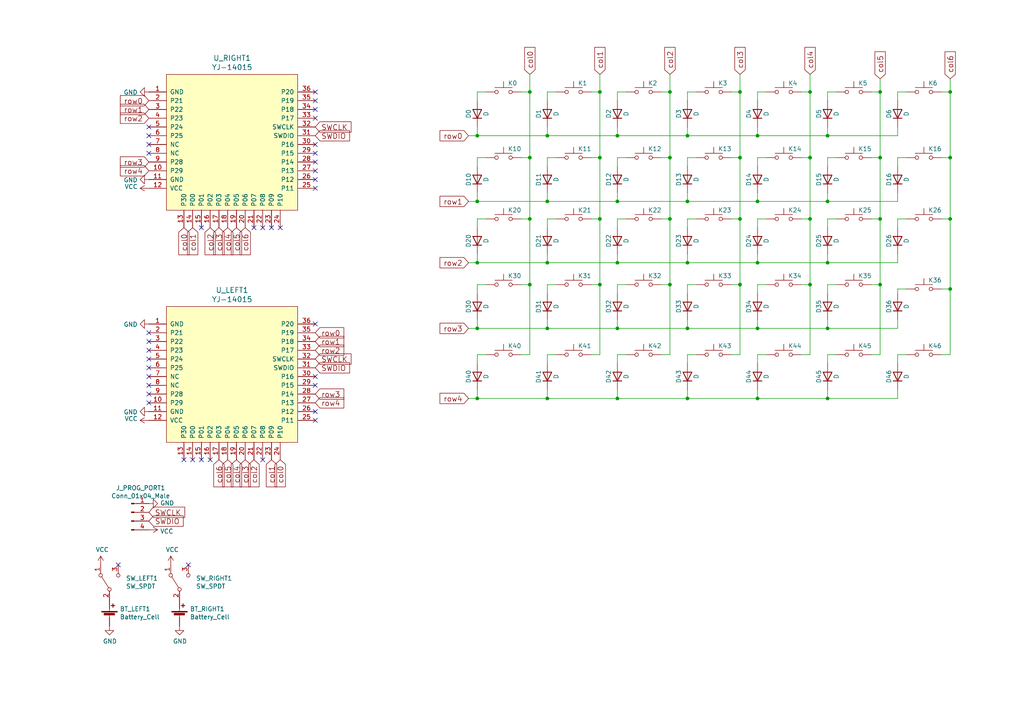
<source format=kicad_sch>
(kicad_sch (version 20211123) (generator eeschema)
  (paper "A4")
  (title_block (title "PENGUINOX") (date "2022-10-25"))
  (lib_symbols
    (symbol "Connector:Conn_01x04_Male" (pin_names (offset 1.016) hide)
      (property "Reference" "J" (at 0 5.08 0))
      (property "Value" "Conn_01x04_Male" (at 0 -7.62 0))
      (symbol "Conn_01x04_Male_1_1"
        (polyline (pts (xy 1.27 -5.08) (xy 0.8636 -5.08)) (stroke (width 0.1524)))
        (polyline (pts (xy 1.27 -2.54) (xy 0.8636 -2.54)) (stroke (width 0.1524)))
        (polyline (pts (xy 1.27 0) (xy 0.8636 0)) (stroke (width 0.1524)))
        (polyline (pts (xy 1.27 2.54) (xy 0.8636 2.54)) (stroke (width 0.1524)))
        (rectangle (start 0.8636 -4.953) (end 0 -5.207) (stroke (width 0.1524)) (fill (type outline)))
        (rectangle (start 0.8636 -2.413) (end 0 -2.667) (stroke (width 0.1524)) (fill (type outline)))
        (rectangle (start 0.8636 0.127) (end 0 -0.127) (stroke (width 0.1524)) (fill (type outline)))
        (rectangle (start 0.8636 2.667) (end 0 2.413) (stroke (width 0.1524)) (fill (type outline)))
        (pin passive line (at 5.08 2.54 180) (length 3.81) (name "Pin_1") (number "1"))
        (pin passive line (at 5.08 0 180) (length 3.81) (name "Pin_2") (number "2"))
        (pin passive line (at 5.08 -2.54 180) (length 3.81) (name "Pin_3") (number "3"))
        (pin passive line (at 5.08 -5.08 180) (length 3.81) (name "Pin_4") (number "4"))
      )
    )
    (symbol "Device:Battery_Cell" (pin_numbers hide) (pin_names (offset 0) hide)
      (property "Reference" "BT" (at 2.54 2.54 0))
      (property "Value" "Battery_Cell" (at 2.54 0 0))
      (symbol "Battery_Cell_0_1"
        (rectangle (start -2.286 1.778) (end 2.286 1.524) (fill (type outline)))
        (rectangle (start -1.5748 1.1938) (end 1.4732 0.6858) (fill (type outline)))
        (polyline (pts (xy 0 0.762) (xy 0 0)))
        (polyline (pts (xy 0 1.778) (xy 0 2.54)))
        (polyline (pts (xy 0.508 3.429) (xy 1.524 3.429)) (stroke (width 0.254)))
        (polyline (pts (xy 1.016 3.937) (xy 1.016 2.921)) (stroke (width 0.254)))
      )
      (symbol "Battery_Cell_1_1"
        (pin passive line (at 0 5.08 270) (length 2.54) (name "+") (number "1"))
        (pin passive line (at 0 -2.54 90) (length 2.54) (name "-") (number "2"))
      )
    )
    (symbol "Diode:1N4448WS" (pin_numbers hide) (pin_names (offset 1.016) hide)
      (property "Reference" "D" (at 0 2.54 0))
      (property "Value" "1N4448WS" (at 0 -2.54 0))
      (symbol "1N4448WS_0_1"
        (polyline (pts (xy -1.27 1.27) (xy -1.27 -1.27)) (stroke (width 0.254)))
        (polyline (pts (xy 1.27 0) (xy -1.27 0)))
        (polyline (pts (xy 1.27 1.27) (xy 1.27 -1.27) (xy -1.27 0) (xy 1.27 1.27)) (stroke (width 0.254)))
      )
      (symbol "1N4448WS_1_1"
        (pin passive line (at -3.81 0 0) (length 2.54) (name "K") (number "1"))
        (pin passive line (at 3.81 0 180) (length 2.54) (name "A") (number "2"))
      )
    )
    (symbol "Switch:SW_Push" (pin_numbers hide) (pin_names (offset 1.016) hide)
      (property "Reference" "SW" (at 1.27 2.54 0))
      (property "Value" "SW_Push" (at 0 -1.524 0))
      (symbol "SW_Push_0_1"
        (circle (center -2.032 0) (radius 0.508))
        (polyline (pts (xy 0 1.27) (xy 0 3.048)))
        (polyline (pts (xy 2.54 1.27) (xy -2.54 1.27)))
        (circle (center 2.032 0) (radius 0.508))
        (pin passive line (at -5.08 0 0) (length 2.54) (name "1") (number "1"))
        (pin passive line (at 5.08 0 180) (length 2.54) (name "2") (number "2"))
      )
    )
    (symbol "Switch:SW_SPDT" (pin_names (offset 0) hide)
      (property "Reference" "SW" (at 0 4.318 0))
      (property "Value" "SW_SPDT" (at 0 -5.08 0))
      (symbol "SW_SPDT_0_0"
        (circle (center -2.032 0) (radius 0.508))
        (circle (center 2.032 -2.54) (radius 0.508))
      )
      (symbol "SW_SPDT_0_1"
        (polyline (pts (xy -1.524 0.254) (xy 1.651 2.286)))
        (circle (center 2.032 2.54) (radius 0.508))
      )
      (symbol "SW_SPDT_1_1"
        (pin passive line (at 5.08 2.54 180) (length 2.54) (name "A") (number "1"))
        (pin passive line (at -5.08 0 0) (length 2.54) (name "B") (number "2"))
        (pin passive line (at 5.08 -2.54 180) (length 2.54) (name "C") (number "3"))
      )
    )
    (symbol "YJ14015:YJ14015" (pin_names (offset 1.016))
      (property "Reference" "YJT2" (at 0 -22.5298 0))
      (property "Value" "YJ14015" (at 0 -19.8374 0))
      (symbol "YJ14015_0_1"
        (rectangle (start 19.05 -21.59) (end -19.05 17.78) (fill (type background)))
      )
      (symbol "YJ14015_1_1"
        (pin bidirectional line (at -24.13 12.7 0) (length 5.08) (name "GND") (number "1"))
        (pin bidirectional line (at -24.13 -10.16 0) (length 5.08) (name "P29") (number "10"))
        (pin bidirectional line (at -24.13 -12.7 0) (length 5.08) (name "GND") (number "11"))
        (pin bidirectional line (at -24.13 -15.24 0) (length 5.08) (name "VCC") (number "12"))
        (pin bidirectional line (at -13.97 -26.67 90) (length 5.08) (name "P30") (number "13"))
        (pin bidirectional line (at -11.43 -26.67 90) (length 5.08) (name "P00") (number "14"))
        (pin bidirectional line (at -8.89 -26.67 90) (length 5.08) (name "P01") (number "15"))
        (pin bidirectional line (at -6.35 -26.67 90) (length 5.08) (name "P02") (number "16"))
        (pin bidirectional line (at -3.81 -26.67 90) (length 5.08) (name "P03") (number "17"))
        (pin bidirectional line (at -1.27 -26.67 90) (length 5.08) (name "P04") (number "18"))
        (pin bidirectional line (at 1.27 -26.67 90) (length 5.08) (name "P05") (number "19"))
        (pin bidirectional line (at -24.13 10.16 0) (length 5.08) (name "P21") (number "2"))
        (pin bidirectional line (at 3.81 -26.67 90) (length 5.08) (name "P06") (number "20"))
        (pin bidirectional line (at 6.35 -26.67 90) (length 5.08) (name "P07") (number "21"))
        (pin bidirectional line (at 8.89 -26.67 90) (length 5.08) (name "P08") (number "22"))
        (pin bidirectional line (at 11.43 -26.67 90) (length 5.08) (name "P09") (number "23"))
        (pin bidirectional line (at 13.97 -26.67 90) (length 5.08) (name "P10") (number "24"))
        (pin bidirectional line (at 24.13 -15.24 180) (length 5.08) (name "P11") (number "25"))
        (pin bidirectional line (at 24.13 -12.7 180) (length 5.08) (name "P12") (number "26"))
        (pin bidirectional line (at 24.13 -10.16 180) (length 5.08) (name "P13") (number "27"))
        (pin bidirectional line (at 24.13 -7.62 180) (length 5.08) (name "P14") (number "28"))
        (pin bidirectional line (at 24.13 -5.08 180) (length 5.08) (name "P15") (number "29"))
        (pin bidirectional line (at -24.13 7.62 0) (length 5.08) (name "P22") (number "3"))
        (pin bidirectional line (at 24.13 -2.54 180) (length 5.08) (name "P16") (number "30"))
        (pin bidirectional line (at 24.13 0 180) (length 5.08) (name "SWDIO") (number "31"))
        (pin bidirectional line (at 24.13 2.54 180) (length 5.08) (name "SWCLK") (number "32"))
        (pin bidirectional line (at 24.13 5.08 180) (length 5.08) (name "P17") (number "33"))
        (pin bidirectional line (at 24.13 7.62 180) (length 5.08) (name "P18") (number "34"))
        (pin bidirectional line (at 24.13 10.16 180) (length 5.08) (name "P19") (number "35"))
        (pin bidirectional line (at 24.13 12.7 180) (length 5.08) (name "P20") (number "36"))
        (pin bidirectional line (at -24.13 5.08 0) (length 5.08) (name "P23") (number "4"))
        (pin bidirectional line (at -24.13 2.54 0) (length 5.08) (name "P24") (number "5"))
        (pin bidirectional line (at -24.13 0 0) (length 5.08) (name "P25") (number "6"))
        (pin bidirectional line (at -24.13 -2.54 0) (length 5.08) (name "NC") (number "7"))
        (pin bidirectional line (at -24.13 -5.08 0) (length 5.08) (name "NC") (number "8"))
        (pin bidirectional line (at -24.13 -7.62 0) (length 5.08) (name "P28") (number "9"))
      )
    )
    (symbol "power:GND" (power) (pin_names (offset 0))
      (property "Value" "GND" (at 0 -3.81 0))
      (symbol "GND_0_1"
        (polyline (pts (xy 0 0) (xy 0 -1.27) (xy 1.27 -1.27) (xy 0 -2.54) (xy -1.27 -1.27) (xy 0 -1.27)))
      )
      (symbol "GND_1_1"
        (pin power_in line (at 0 0 270) (length 0) hide (name "GND") (number "1"))
      )
    )
    (symbol "power:VCC" (power) (pin_names (offset 0))
      (property "Value" "VCC" (at 0 3.81 0))
      (symbol "VCC_0_1"
        (polyline (pts (xy -0.762 1.27) (xy 0 2.54)))
        (polyline (pts (xy 0 0) (xy 0 2.54)))
        (polyline (pts (xy 0 2.54) (xy 0.762 1.27)))
      )
      (symbol "VCC_1_1"
        (pin power_in line (at 0 0 90) (length 0) hide (name "VCC") (number "1"))
      )
    )
  )
  (junction (at 275.59 45.72))
  (junction (at 179.07 76.2))
  (junction (at 199.39 115.57))
  (junction (at 153.67 63.5))
  (junction (at 240.03 115.57))
  (junction (at 199.39 76.2))
  (junction (at 219.71 76.2))
  (junction (at 158.75 39.37))
  (junction (at 138.43 95.25))
  (junction (at 234.95 63.5))
  (junction (at 138.43 58.42))
  (junction (at 219.71 39.37))
  (junction (at 179.07 39.37))
  (junction (at 158.75 58.42))
  (junction (at 234.95 82.55))
  (junction (at 214.63 82.55))
  (junction (at 153.67 45.72))
  (junction (at 158.75 76.2))
  (junction (at 214.63 26.67))
  (junction (at 240.03 76.2))
  (junction (at 173.99 26.67))
  (junction (at 240.03 39.37))
  (junction (at 194.31 63.5))
  (junction (at 173.99 45.72))
  (junction (at 179.07 95.25))
  (junction (at 219.71 58.42))
  (junction (at 240.03 58.42))
  (junction (at 275.59 26.67))
  (junction (at 194.31 45.72))
  (junction (at 214.63 63.5))
  (junction (at 153.67 26.67))
  (junction (at 173.99 82.55))
  (junction (at 194.31 82.55))
  (junction (at 275.59 63.5))
  (junction (at 219.71 115.57))
  (junction (at 219.71 95.25))
  (junction (at 255.27 82.55))
  (junction (at 138.43 39.37))
  (junction (at 234.95 26.67))
  (junction (at 179.07 115.57))
  (junction (at 158.75 95.25))
  (junction (at 240.03 95.25))
  (junction (at 138.43 115.57))
  (junction (at 255.27 63.5))
  (junction (at 199.39 58.42))
  (junction (at 255.27 26.67))
  (junction (at 234.95 45.72))
  (junction (at 255.27 45.72))
  (junction (at 275.59 83.82))
  (junction (at 199.39 39.37))
  (junction (at 153.67 82.55))
  (junction (at 158.75 115.57))
  (junction (at 179.07 58.42))
  (junction (at 138.43 76.2))
  (junction (at 214.63 45.72))
  (junction (at 199.39 95.25))
  (junction (at 194.31 26.67))
  (junction (at 173.99 63.5))
  (no_connect (at 34.29 163.83))
  (no_connect (at 43.18 101.6))
  (no_connect (at 43.18 39.37))
  (no_connect (at 76.2 66.04))
  (no_connect (at 54.61 163.83))
  (no_connect (at 43.18 99.06))
  (no_connect (at 91.44 49.53))
  (no_connect (at 91.44 119.38))
  (no_connect (at 91.44 34.29))
  (no_connect (at 43.18 36.83))
  (no_connect (at 43.18 44.45))
  (no_connect (at 91.44 46.99))
  (no_connect (at 91.44 31.75))
  (no_connect (at 76.2 133.35))
  (no_connect (at 73.66 66.04))
  (no_connect (at 91.44 29.21))
  (no_connect (at 58.42 133.35))
  (no_connect (at 55.88 133.35))
  (no_connect (at 91.44 109.22))
  (no_connect (at 81.28 66.04))
  (no_connect (at 43.18 104.14))
  (no_connect (at 91.44 121.92))
  (no_connect (at 91.44 44.45))
  (no_connect (at 43.18 116.84))
  (no_connect (at 91.44 93.98))
  (no_connect (at 60.96 133.35))
  (no_connect (at 43.18 109.22))
  (no_connect (at 43.18 114.3))
  (no_connect (at 91.44 111.76))
  (no_connect (at 78.74 66.04))
  (no_connect (at 91.44 52.07))
  (no_connect (at 91.44 26.67))
  (no_connect (at 43.18 111.76))
  (no_connect (at 43.18 96.52))
  (no_connect (at 43.18 41.91))
  (no_connect (at 53.34 133.35))
  (no_connect (at 58.42 66.04))
  (no_connect (at 91.44 54.61))
  (no_connect (at 91.44 41.91))
  (no_connect (at 43.18 106.68))
  (wire (pts (xy 199.39 76.2) (xy 199.39 73.66)))
  (wire (pts (xy 199.39 63.5) (xy 199.39 66.04)))
  (wire (pts (xy 219.71 26.67) (xy 219.71 29.21)))
  (wire (pts (xy 234.95 45.72) (xy 234.95 63.5)))
  (wire (pts (xy 171.45 26.67) (xy 173.99 26.67)))
  (wire (pts (xy 240.03 58.42) (xy 260.35 58.42)))
  (wire (pts (xy 135.89 95.25) (xy 138.43 95.25)))
  (wire (pts (xy 252.73 26.67) (xy 255.27 26.67)))
  (wire (pts (xy 191.77 82.55) (xy 194.31 82.55)))
  (wire (pts (xy 199.39 39.37) (xy 199.39 36.83)))
  (wire (pts (xy 255.27 22.86) (xy 255.27 26.67)))
  (wire (pts (xy 179.07 82.55) (xy 179.07 85.09)))
  (wire (pts (xy 158.75 115.57) (xy 158.75 113.03)))
  (wire (pts (xy 219.71 45.72) (xy 222.25 45.72)))
  (wire (pts (xy 273.05 63.5) (xy 275.59 63.5)))
  (wire (pts (xy 219.71 39.37) (xy 240.03 39.37)))
  (wire (pts (xy 158.75 82.55) (xy 161.29 82.55)))
  (wire (pts (xy 214.63 21.59) (xy 214.63 26.67)))
  (wire (pts (xy 135.89 58.42) (xy 138.43 58.42)))
  (wire (pts (xy 151.13 63.5) (xy 153.67 63.5)))
  (wire (pts (xy 179.07 39.37) (xy 199.39 39.37)))
  (wire (pts (xy 158.75 45.72) (xy 161.29 45.72)))
  (wire (pts (xy 179.07 115.57) (xy 199.39 115.57)))
  (wire (pts (xy 232.41 82.55) (xy 234.95 82.55)))
  (wire (pts (xy 135.89 39.37) (xy 138.43 39.37)))
  (wire (pts (xy 234.95 63.5) (xy 234.95 82.55)))
  (wire (pts (xy 232.41 63.5) (xy 234.95 63.5)))
  (wire (pts (xy 173.99 63.5) (xy 173.99 82.55)))
  (wire (pts (xy 138.43 82.55) (xy 140.97 82.55)))
  (wire (pts (xy 255.27 63.5) (xy 255.27 82.55)))
  (wire (pts (xy 219.71 82.55) (xy 219.71 85.09)))
  (wire (pts (xy 219.71 26.67) (xy 222.25 26.67)))
  (wire (pts (xy 191.77 45.72) (xy 194.31 45.72)))
  (wire (pts (xy 199.39 58.42) (xy 199.39 55.88)))
  (wire (pts (xy 260.35 26.67) (xy 262.89 26.67)))
  (wire (pts (xy 158.75 39.37) (xy 158.75 36.83)))
  (wire (pts (xy 158.75 76.2) (xy 158.75 73.66)))
  (wire (pts (xy 255.27 26.67) (xy 255.27 45.72)))
  (wire (pts (xy 234.95 21.59) (xy 234.95 26.67)))
  (wire (pts (xy 153.67 21.59) (xy 153.67 26.67)))
  (wire (pts (xy 179.07 95.25) (xy 179.07 92.71)))
  (wire (pts (xy 219.71 58.42) (xy 240.03 58.42)))
  (wire (pts (xy 138.43 45.72) (xy 140.97 45.72)))
  (wire (pts (xy 260.35 58.42) (xy 260.35 55.88)))
  (wire (pts (xy 191.77 63.5) (xy 194.31 63.5)))
  (wire (pts (xy 173.99 26.67) (xy 173.99 45.72)))
  (wire (pts (xy 191.77 26.67) (xy 194.31 26.67)))
  (wire (pts (xy 275.59 63.5) (xy 275.59 83.82)))
  (wire (pts (xy 234.95 82.55) (xy 234.95 102.87)))
  (wire (pts (xy 260.35 102.87) (xy 260.35 105.41)))
  (wire (pts (xy 173.99 82.55) (xy 173.99 102.87)))
  (wire (pts (xy 158.75 58.42) (xy 179.07 58.42)))
  (wire (pts (xy 212.09 82.55) (xy 214.63 82.55)))
  (wire (pts (xy 158.75 95.25) (xy 158.75 92.71)))
  (wire (pts (xy 199.39 115.57) (xy 219.71 115.57)))
  (wire (pts (xy 219.71 63.5) (xy 222.25 63.5)))
  (wire (pts (xy 194.31 63.5) (xy 194.31 82.55)))
  (wire (pts (xy 212.09 45.72) (xy 214.63 45.72)))
  (wire (pts (xy 199.39 45.72) (xy 199.39 48.26)))
  (wire (pts (xy 240.03 76.2) (xy 240.03 73.66)))
  (wire (pts (xy 138.43 58.42) (xy 138.43 55.88)))
  (wire (pts (xy 252.73 63.5) (xy 255.27 63.5)))
  (wire (pts (xy 179.07 76.2) (xy 199.39 76.2)))
  (wire (pts (xy 260.35 45.72) (xy 262.89 45.72)))
  (wire (pts (xy 260.35 63.5) (xy 262.89 63.5)))
  (wire (pts (xy 219.71 115.57) (xy 219.71 113.03)))
  (wire (pts (xy 179.07 58.42) (xy 199.39 58.42)))
  (wire (pts (xy 158.75 45.72) (xy 158.75 48.26)))
  (wire (pts (xy 240.03 26.67) (xy 242.57 26.67)))
  (wire (pts (xy 179.07 82.55) (xy 181.61 82.55)))
  (wire (pts (xy 199.39 45.72) (xy 201.93 45.72)))
  (wire (pts (xy 240.03 102.87) (xy 240.03 105.41)))
  (wire (pts (xy 219.71 95.25) (xy 219.71 92.71)))
  (wire (pts (xy 273.05 102.87) (xy 275.59 102.87)))
  (wire (pts (xy 179.07 45.72) (xy 179.07 48.26)))
  (wire (pts (xy 158.75 58.42) (xy 158.75 55.88)))
  (wire (pts (xy 219.71 76.2) (xy 240.03 76.2)))
  (wire (pts (xy 138.43 39.37) (xy 138.43 36.83)))
  (wire (pts (xy 194.31 26.67) (xy 194.31 45.72)))
  (wire (pts (xy 138.43 95.25) (xy 138.43 92.71)))
  (wire (pts (xy 199.39 63.5) (xy 201.93 63.5)))
  (wire (pts (xy 179.07 39.37) (xy 179.07 36.83)))
  (wire (pts (xy 179.07 45.72) (xy 181.61 45.72)))
  (wire (pts (xy 252.73 82.55) (xy 255.27 82.55)))
  (wire (pts (xy 179.07 63.5) (xy 179.07 66.04)))
  (wire (pts (xy 199.39 95.25) (xy 199.39 92.71)))
  (wire (pts (xy 240.03 82.55) (xy 242.57 82.55)))
  (wire (pts (xy 219.71 95.25) (xy 240.03 95.25)))
  (wire (pts (xy 194.31 82.55) (xy 194.31 102.87)))
  (wire (pts (xy 219.71 58.42) (xy 219.71 55.88)))
  (wire (pts (xy 240.03 95.25) (xy 240.03 92.71)))
  (wire (pts (xy 138.43 115.57) (xy 138.43 113.03)))
  (wire (pts (xy 199.39 39.37) (xy 219.71 39.37)))
  (wire (pts (xy 212.09 102.87) (xy 214.63 102.87)))
  (wire (pts (xy 179.07 102.87) (xy 181.61 102.87)))
  (wire (pts (xy 240.03 102.87) (xy 242.57 102.87)))
  (wire (pts (xy 138.43 102.87) (xy 138.43 105.41)))
  (wire (pts (xy 158.75 26.67) (xy 158.75 29.21)))
  (wire (pts (xy 179.07 26.67) (xy 179.07 29.21)))
  (wire (pts (xy 240.03 39.37) (xy 260.35 39.37)))
  (wire (pts (xy 199.39 58.42) (xy 219.71 58.42)))
  (wire (pts (xy 199.39 82.55) (xy 201.93 82.55)))
  (wire (pts (xy 199.39 76.2) (xy 219.71 76.2)))
  (wire (pts (xy 138.43 102.87) (xy 140.97 102.87)))
  (wire (pts (xy 275.59 22.86) (xy 275.59 26.67)))
  (wire (pts (xy 260.35 83.82) (xy 260.35 85.09)))
  (wire (pts (xy 158.75 63.5) (xy 158.75 66.04)))
  (wire (pts (xy 171.45 45.72) (xy 173.99 45.72)))
  (wire (pts (xy 260.35 102.87) (xy 262.89 102.87)))
  (wire (pts (xy 151.13 26.67) (xy 153.67 26.67)))
  (wire (pts (xy 171.45 63.5) (xy 173.99 63.5)))
  (wire (pts (xy 240.03 115.57) (xy 240.03 113.03)))
  (wire (pts (xy 138.43 26.67) (xy 140.97 26.67)))
  (wire (pts (xy 138.43 58.42) (xy 158.75 58.42)))
  (wire (pts (xy 240.03 95.25) (xy 260.35 95.25)))
  (wire (pts (xy 219.71 82.55) (xy 222.25 82.55)))
  (wire (pts (xy 273.05 26.67) (xy 275.59 26.67)))
  (wire (pts (xy 138.43 115.57) (xy 158.75 115.57)))
  (wire (pts (xy 275.59 83.82) (xy 275.59 102.87)))
  (wire (pts (xy 199.39 82.55) (xy 199.39 85.09)))
  (wire (pts (xy 138.43 45.72) (xy 138.43 48.26)))
  (wire (pts (xy 158.75 63.5) (xy 161.29 63.5)))
  (wire (pts (xy 158.75 115.57) (xy 179.07 115.57)))
  (wire (pts (xy 151.13 82.55) (xy 153.67 82.55)))
  (wire (pts (xy 138.43 95.25) (xy 158.75 95.25)))
  (wire (pts (xy 260.35 26.67) (xy 260.35 29.21)))
  (wire (pts (xy 240.03 76.2) (xy 260.35 76.2)))
  (wire (pts (xy 179.07 63.5) (xy 181.61 63.5)))
  (wire (pts (xy 173.99 45.72) (xy 173.99 63.5)))
  (wire (pts (xy 255.27 45.72) (xy 255.27 63.5)))
  (wire (pts (xy 219.71 115.57) (xy 240.03 115.57)))
  (wire (pts (xy 240.03 58.42) (xy 240.03 55.88)))
  (wire (pts (xy 240.03 45.72) (xy 240.03 48.26)))
  (wire (pts (xy 255.27 82.55) (xy 255.27 102.87)))
  (wire (pts (xy 158.75 82.55) (xy 158.75 85.09)))
  (wire (pts (xy 260.35 63.5) (xy 260.35 66.04)))
  (wire (pts (xy 214.63 82.55) (xy 214.63 102.87)))
  (wire (pts (xy 240.03 26.67) (xy 240.03 29.21)))
  (wire (pts (xy 138.43 63.5) (xy 138.43 66.04)))
  (wire (pts (xy 214.63 63.5) (xy 214.63 82.55)))
  (wire (pts (xy 194.31 45.72) (xy 194.31 63.5)))
  (wire (pts (xy 232.41 45.72) (xy 234.95 45.72)))
  (wire (pts (xy 240.03 63.5) (xy 240.03 66.04)))
  (wire (pts (xy 214.63 45.72) (xy 214.63 63.5)))
  (wire (pts (xy 199.39 26.67) (xy 201.93 26.67)))
  (wire (pts (xy 171.45 82.55) (xy 173.99 82.55)))
  (wire (pts (xy 260.35 39.37) (xy 260.35 36.83)))
  (wire (pts (xy 273.05 45.72) (xy 275.59 45.72)))
  (wire (pts (xy 260.35 83.82) (xy 262.89 83.82)))
  (wire (pts (xy 158.75 76.2) (xy 179.07 76.2)))
  (wire (pts (xy 194.31 21.59) (xy 194.31 26.67)))
  (wire (pts (xy 179.07 76.2) (xy 179.07 73.66)))
  (wire (pts (xy 179.07 115.57) (xy 179.07 113.03)))
  (wire (pts (xy 153.67 82.55) (xy 153.67 102.87)))
  (wire (pts (xy 240.03 63.5) (xy 242.57 63.5)))
  (wire (pts (xy 260.35 115.57) (xy 260.35 113.03)))
  (wire (pts (xy 232.41 102.87) (xy 234.95 102.87)))
  (wire (pts (xy 275.59 45.72) (xy 275.59 63.5)))
  (wire (pts (xy 138.43 63.5) (xy 140.97 63.5)))
  (wire (pts (xy 151.13 45.72) (xy 153.67 45.72)))
  (wire (pts (xy 252.73 45.72) (xy 255.27 45.72)))
  (wire (pts (xy 179.07 102.87) (xy 179.07 105.41)))
  (wire (pts (xy 153.67 45.72) (xy 153.67 63.5)))
  (wire (pts (xy 135.89 115.57) (xy 138.43 115.57)))
  (wire (pts (xy 158.75 102.87) (xy 158.75 105.41)))
  (wire (pts (xy 158.75 26.67) (xy 161.29 26.67)))
  (wire (pts (xy 173.99 21.59) (xy 173.99 26.67)))
  (wire (pts (xy 153.67 63.5) (xy 153.67 82.55)))
  (wire (pts (xy 151.13 102.87) (xy 153.67 102.87)))
  (wire (pts (xy 138.43 76.2) (xy 158.75 76.2)))
  (wire (pts (xy 153.67 26.67) (xy 153.67 45.72)))
  (wire (pts (xy 138.43 39.37) (xy 158.75 39.37)))
  (wire (pts (xy 240.03 45.72) (xy 242.57 45.72)))
  (wire (pts (xy 234.95 26.67) (xy 234.95 45.72)))
  (wire (pts (xy 275.59 26.67) (xy 275.59 45.72)))
  (wire (pts (xy 219.71 102.87) (xy 219.71 105.41)))
  (wire (pts (xy 240.03 39.37) (xy 240.03 36.83)))
  (wire (pts (xy 138.43 82.55) (xy 138.43 85.09)))
  (wire (pts (xy 219.71 76.2) (xy 219.71 73.66)))
  (wire (pts (xy 158.75 39.37) (xy 179.07 39.37)))
  (wire (pts (xy 179.07 95.25) (xy 199.39 95.25)))
  (wire (pts (xy 158.75 95.25) (xy 179.07 95.25)))
  (wire (pts (xy 252.73 102.87) (xy 255.27 102.87)))
  (wire (pts (xy 240.03 82.55) (xy 240.03 85.09)))
  (wire (pts (xy 179.07 26.67) (xy 181.61 26.67)))
  (wire (pts (xy 199.39 102.87) (xy 201.93 102.87)))
  (wire (pts (xy 232.41 26.67) (xy 234.95 26.67)))
  (wire (pts (xy 158.75 102.87) (xy 161.29 102.87)))
  (wire (pts (xy 199.39 102.87) (xy 199.39 105.41)))
  (wire (pts (xy 260.35 45.72) (xy 260.35 48.26)))
  (wire (pts (xy 199.39 115.57) (xy 199.39 113.03)))
  (wire (pts (xy 191.77 102.87) (xy 194.31 102.87)))
  (wire (pts (xy 273.05 83.82) (xy 275.59 83.82)))
  (wire (pts (xy 138.43 76.2) (xy 138.43 73.66)))
  (wire (pts (xy 179.07 58.42) (xy 179.07 55.88)))
  (wire (pts (xy 219.71 102.87) (xy 222.25 102.87)))
  (wire (pts (xy 219.71 45.72) (xy 219.71 48.26)))
  (wire (pts (xy 219.71 63.5) (xy 219.71 66.04)))
  (wire (pts (xy 260.35 95.25) (xy 260.35 92.71)))
  (wire (pts (xy 212.09 63.5) (xy 214.63 63.5)))
  (wire (pts (xy 199.39 95.25) (xy 219.71 95.25)))
  (wire (pts (xy 219.71 39.37) (xy 219.71 36.83)))
  (wire (pts (xy 260.35 76.2) (xy 260.35 73.66)))
  (wire (pts (xy 214.63 26.67) (xy 214.63 45.72)))
  (wire (pts (xy 138.43 26.67) (xy 138.43 29.21)))
  (wire (pts (xy 199.39 26.67) (xy 199.39 29.21)))
  (wire (pts (xy 135.89 76.2) (xy 138.43 76.2)))
  (wire (pts (xy 212.09 26.67) (xy 214.63 26.67)))
  (wire (pts (xy 171.45 102.87) (xy 173.99 102.87)))
  (wire (pts (xy 240.03 115.57) (xy 260.35 115.57)))
  (global_label "col6" (shape input) (at 63.5 133.35 270) (effects (font (size 1.524 1.524))) (property "Обозначения листов" "${INTERSHEET_REFS}" (effects hide)))
  (global_label "col3" (shape input) (at 63.5 66.04 270) (effects (font (size 1.524 1.524))) (property "Обозначения листов" "${INTERSHEET_REFS}" (effects hide)))
  (global_label "col1" (shape input) (at 55.88 66.04 270) (effects (font (size 1.524 1.524))) (property "Обозначения листов" "${INTERSHEET_REFS}" (effects hide)))
  (global_label "col5" (shape input) (at 66.04 133.35 270) (effects (font (size 1.524 1.524))) (property "Обозначения листов" "${INTERSHEET_REFS}" (effects hide)))
  (global_label "SWCLK" (shape input) (at 91.44 36.83 0) (effects (font (size 1.524 1.524))) (property "Обозначения листов" "${INTERSHEET_REFS}" (effects hide)))
  (global_label "row1" (shape input) (at 91.44 99.06 0) (effects (font (size 1.524 1.524))) (property "Обозначения листов" "${INTERSHEET_REFS}" (effects hide)))
  (global_label "col4" (shape input) (at 234.95 21.59 90) (effects (font (size 1.524 1.524))) (property "Обозначения листов" "${INTERSHEET_REFS}" (effects hide)))
  (global_label "row3" (shape input) (at 43.18 46.99 180) (effects (font (size 1.524 1.524))) (property "Обозначения листов" "${INTERSHEET_REFS}" (effects hide)))
  (global_label "row0" (shape input) (at 135.89 39.37 180) (effects (font (size 1.524 1.524))) (property "Обозначения листов" "${INTERSHEET_REFS}" (effects hide)))
  (global_label "col0" (shape input) (at 53.34 66.04 270) (effects (font (size 1.524 1.524))) (property "Обозначения листов" "${INTERSHEET_REFS}" (effects hide)))
  (global_label "col2" (shape input) (at 73.66 133.35 270) (effects (font (size 1.524 1.524))) (property "Обозначения листов" "${INTERSHEET_REFS}" (effects hide)))
  (global_label "col1" (shape input) (at 78.74 133.35 270) (effects (font (size 1.524 1.524))) (property "Обозначения листов" "${INTERSHEET_REFS}" (effects hide)))
  (global_label "col6" (shape input) (at 71.12 66.04 270) (effects (font (size 1.524 1.524))) (property "Обозначения листов" "${INTERSHEET_REFS}" (effects hide)))
  (global_label "row4" (shape input) (at 43.18 49.53 180) (effects (font (size 1.524 1.524))) (property "Обозначения листов" "${INTERSHEET_REFS}" (effects hide)))
  (global_label "col3" (shape input) (at 214.63 21.59 90) (effects (font (size 1.524 1.524))) (property "Обозначения листов" "${INTERSHEET_REFS}" (effects hide)))
  (global_label "col2" (shape input) (at 194.31 21.59 90) (effects (font (size 1.524 1.524))) (property "Обозначения листов" "${INTERSHEET_REFS}" (effects hide)))
  (global_label "col2" (shape input) (at 60.96 66.04 270) (effects (font (size 1.524 1.524))) (property "Обозначения листов" "${INTERSHEET_REFS}" (effects hide)))
  (global_label "col6" (shape input) (at 275.59 22.86 90) (effects (font (size 1.524 1.524))) (property "Обозначения листов" "${INTERSHEET_REFS}" (effects hide)))
  (global_label "row0" (shape input) (at 91.44 96.52 0) (effects (font (size 1.524 1.524))) (property "Обозначения листов" "${INTERSHEET_REFS}" (effects hide)))
  (global_label "col4" (shape input) (at 68.58 133.35 270) (effects (font (size 1.524 1.524))) (property "Обозначения листов" "${INTERSHEET_REFS}" (effects hide)))
  (global_label "row2" (shape input) (at 135.89 76.2 180) (effects (font (size 1.524 1.524))) (property "Обозначения листов" "${INTERSHEET_REFS}" (effects hide)))
  (global_label "SWCLK" (shape input) (at 43.18 148.59 0) (effects (font (size 1.524 1.524))) (property "Обозначения листов" "${INTERSHEET_REFS}" (effects hide)))
  (global_label "SWDIO" (shape input) (at 43.18 151.13 0) (effects (font (size 1.524 1.524))) (property "Обозначения листов" "${INTERSHEET_REFS}" (effects hide)))
  (global_label "row0" (shape input) (at 43.18 29.21 180) (effects (font (size 1.524 1.524))) (property "Обозначения листов" "${INTERSHEET_REFS}" (effects hide)))
  (global_label "row4" (shape input) (at 135.89 115.57 180) (effects (font (size 1.524 1.524))) (property "Обозначения листов" "${INTERSHEET_REFS}" (effects hide)))
  (global_label "col5" (shape input) (at 255.27 22.86 90) (effects (font (size 1.524 1.524))) (property "Обозначения листов" "${INTERSHEET_REFS}" (effects hide)))
  (global_label "row4" (shape input) (at 91.44 116.84 0) (effects (font (size 1.524 1.524))) (property "Обозначения листов" "${INTERSHEET_REFS}" (effects hide)))
  (global_label "col4" (shape input) (at 66.04 66.04 270) (effects (font (size 1.524 1.524))) (property "Обозначения листов" "${INTERSHEET_REFS}" (effects hide)))
  (global_label "SWDIO" (shape input) (at 91.44 106.68 0) (effects (font (size 1.524 1.524))) (property "Обозначения листов" "${INTERSHEET_REFS}" (effects hide)))
  (global_label "row3" (shape input) (at 135.89 95.25 180) (effects (font (size 1.524 1.524))) (property "Обозначения листов" "${INTERSHEET_REFS}" (effects hide)))
  (global_label "col3" (shape input) (at 71.12 133.35 270) (effects (font (size 1.524 1.524))) (property "Обозначения листов" "${INTERSHEET_REFS}" (effects hide)))
  (global_label "row1" (shape input) (at 43.18 31.75 180) (effects (font (size 1.524 1.524))) (property "Обозначения листов" "${INTERSHEET_REFS}" (effects hide)))
  (global_label "col1" (shape input) (at 173.99 21.59 90) (effects (font (size 1.524 1.524))) (property "Обозначения листов" "${INTERSHEET_REFS}" (effects hide)))
  (global_label "col5" (shape input) (at 68.58 66.04 270) (effects (font (size 1.524 1.524))) (property "Обозначения листов" "${INTERSHEET_REFS}" (effects hide)))
  (global_label "col0" (shape input) (at 153.67 21.59 90) (effects (font (size 1.524 1.524))) (property "Обозначения листов" "${INTERSHEET_REFS}" (effects hide)))
  (global_label "row2" (shape input) (at 43.18 34.29 180) (effects (font (size 1.524 1.524))) (property "Обозначения листов" "${INTERSHEET_REFS}" (effects hide)))
  (global_label "row1" (shape input) (at 135.89 58.42 180) (effects (font (size 1.524 1.524))) (property "Обозначения листов" "${INTERSHEET_REFS}" (effects hide)))
  (global_label "col0" (shape input) (at 81.28 133.35 270) (effects (font (size 1.524 1.524))) (property "Обозначения листов" "${INTERSHEET_REFS}" (effects hide)))
  (global_label "row3" (shape input) (at 91.44 114.3 0) (effects (font (size 1.524 1.524))) (property "Обозначения листов" "${INTERSHEET_REFS}" (effects hide)))
  (global_label "SWCLK" (shape input) (at 91.44 104.14 0) (effects (font (size 1.524 1.524))) (property "Обозначения листов" "${INTERSHEET_REFS}" (effects hide)))
  (global_label "row2" (shape input) (at 91.44 101.6 0) (effects (font (size 1.524 1.524))) (property "Обозначения листов" "${INTERSHEET_REFS}" (effects hide)))
  (global_label "SWDIO" (shape input) (at 91.44 39.37 0) (effects (font (size 1.524 1.524))) (property "Обозначения листов" "${INTERSHEET_REFS}" (effects hide)))
  (symbol (lib_id "Switch:SW_Push") (at 146.05 26.67 0) (unit 1)
    (property "Reference" "K0" (at 147.32 24.13 0) (effects (justify left)))
    (property "Value" "KEYSW" (effects hide))
    (property "Footprint" "PENGUINOX-footprints:Choc_PG1350_Choc_Spacing_Reversible" (effects hide))
  )
  (symbol (lib_id "Diode:1N4448WS") (at 138.43 33.02 90) (unit 1)
    (property "Reference" "D0" (at 135.89 33.02 0))
    (property "Value" "D" (at 140.97 33.02 0))
    (property "Footprint" "PENGUINOX-footprints:Diode-dual" (effects hide))
  )
  (symbol (lib_id "Switch:SW_Push") (at 166.37 26.67 0) (unit 1)
    (property "Reference" "K1" (at 167.64 24.13 0) (effects (justify left)))
    (property "Value" "KEYSW" (effects hide))
    (property "Footprint" "PENGUINOX-footprints:Choc_PG1350_Choc_Spacing_Reversible" (effects hide))
  )
  (symbol (lib_id "Diode:1N4448WS") (at 158.75 33.02 90) (unit 1)
    (property "Reference" "D1" (at 156.21 33.02 0))
    (property "Value" "D" (at 161.29 33.02 0))
    (property "Footprint" "PENGUINOX-footprints:Diode-dual" (effects hide))
  )
  (symbol (lib_id "Switch:SW_Push") (at 186.69 26.67 0) (unit 1)
    (property "Reference" "K2" (at 187.96 24.13 0) (effects (justify left)))
    (property "Value" "KEYSW" (effects hide))
    (property "Footprint" "PENGUINOX-footprints:Choc_PG1350_Choc_Spacing_Reversible" (effects hide))
  )
  (symbol (lib_id "Diode:1N4448WS") (at 179.07 33.02 90) (unit 1)
    (property "Reference" "D2" (at 176.53 33.02 0))
    (property "Value" "D" (at 181.61 33.02 0))
    (property "Footprint" "PENGUINOX-footprints:Diode-dual" (effects hide))
  )
  (symbol (lib_id "Switch:SW_Push") (at 207.01 26.67 0) (unit 1)
    (property "Reference" "K3" (at 208.28 24.13 0) (effects (justify left)))
    (property "Value" "KEYSW" (effects hide))
    (property "Footprint" "PENGUINOX-footprints:Choc_PG1350_Choc_Spacing_Reversible" (effects hide))
  )
  (symbol (lib_id "Diode:1N4448WS") (at 199.39 33.02 90) (unit 1)
    (property "Reference" "D3" (at 196.85 33.02 0))
    (property "Value" "D" (at 201.93 33.02 0))
    (property "Footprint" "PENGUINOX-footprints:Diode-dual" (effects hide))
  )
  (symbol (lib_id "Switch:SW_Push") (at 227.33 26.67 0) (unit 1)
    (property "Reference" "K4" (at 228.6 24.13 0) (effects (justify left)))
    (property "Value" "KEYSW" (effects hide))
    (property "Footprint" "PENGUINOX-footprints:Choc_PG1350_Choc_Spacing_Reversible" (effects hide))
  )
  (symbol (lib_id "Diode:1N4448WS") (at 219.71 33.02 90) (unit 1)
    (property "Reference" "D4" (at 217.17 33.02 0))
    (property "Value" "D" (at 222.25 33.02 0))
    (property "Footprint" "PENGUINOX-footprints:Diode-dual" (effects hide))
  )
  (symbol (lib_id "Switch:SW_Push") (at 247.65 26.67 0) (unit 1)
    (property "Reference" "K5" (at 248.92 24.13 0) (effects (justify left)))
    (property "Value" "KEYSW" (effects hide))
    (property "Footprint" "PENGUINOX-footprints:Choc_PG1350_Choc_Spacing_Reversible" (effects hide))
  )
  (symbol (lib_id "Diode:1N4448WS") (at 240.03 33.02 90) (unit 1)
    (property "Reference" "D5" (at 237.49 33.02 0))
    (property "Value" "D" (at 242.57 33.02 0))
    (property "Footprint" "PENGUINOX-footprints:Diode-dual" (effects hide))
  )
  (symbol (lib_id "Switch:SW_Push") (at 267.97 26.67 0) (unit 1)
    (property "Reference" "K6" (at 269.24 24.13 0) (effects (justify left)))
    (property "Value" "KEYSW" (effects hide))
    (property "Footprint" "PENGUINOX-footprints:Choc_PG1350_Choc_Spacing_Reversible" (effects hide))
  )
  (symbol (lib_id "Diode:1N4448WS") (at 260.35 33.02 90) (unit 1)
    (property "Reference" "D6" (at 257.81 33.02 0))
    (property "Value" "D" (at 262.89 33.02 0))
    (property "Footprint" "PENGUINOX-footprints:Diode-dual" (effects hide))
  )
  (symbol (lib_id "Switch:SW_Push") (at 146.05 45.72 0) (unit 1)
    (property "Reference" "K10" (at 147.32 43.18 0) (effects (justify left)))
    (property "Value" "KEYSW" (effects hide))
    (property "Footprint" "PENGUINOX-footprints:Choc_PG1350_Choc_Spacing_Reversible" (effects hide))
  )
  (symbol (lib_id "Diode:1N4448WS") (at 138.43 52.07 90) (unit 1)
    (property "Reference" "D10" (at 135.89 52.07 0))
    (property "Value" "D" (at 140.97 52.07 0))
    (property "Footprint" "PENGUINOX-footprints:Diode-dual" (effects hide))
  )
  (symbol (lib_id "Switch:SW_Push") (at 166.37 45.72 0) (unit 1)
    (property "Reference" "K11" (at 167.64 43.18 0) (effects (justify left)))
    (property "Value" "KEYSW" (effects hide))
    (property "Footprint" "PENGUINOX-footprints:Choc_PG1350_Choc_Spacing_Reversible" (effects hide))
  )
  (symbol (lib_id "Diode:1N4448WS") (at 158.75 52.07 90) (unit 1)
    (property "Reference" "D11" (at 156.21 52.07 0))
    (property "Value" "D" (at 161.29 52.07 0))
    (property "Footprint" "PENGUINOX-footprints:Diode-dual" (effects hide))
  )
  (symbol (lib_id "Switch:SW_Push") (at 186.69 45.72 0) (unit 1)
    (property "Reference" "K12" (at 187.96 43.18 0) (effects (justify left)))
    (property "Value" "KEYSW" (effects hide))
    (property "Footprint" "PENGUINOX-footprints:Choc_PG1350_Choc_Spacing_Reversible" (effects hide))
  )
  (symbol (lib_id "Diode:1N4448WS") (at 179.07 52.07 90) (unit 1)
    (property "Reference" "D12" (at 176.53 52.07 0))
    (property "Value" "D" (at 181.61 52.07 0))
    (property "Footprint" "PENGUINOX-footprints:Diode-dual" (effects hide))
  )
  (symbol (lib_id "Switch:SW_Push") (at 207.01 45.72 0) (unit 1)
    (property "Reference" "K13" (at 208.28 43.18 0) (effects (justify left)))
    (property "Value" "KEYSW" (effects hide))
    (property "Footprint" "PENGUINOX-footprints:Choc_PG1350_Choc_Spacing_Reversible" (effects hide))
  )
  (symbol (lib_id "Diode:1N4448WS") (at 199.39 52.07 90) (unit 1)
    (property "Reference" "D13" (at 196.85 52.07 0))
    (property "Value" "D" (at 201.93 52.07 0))
    (property "Footprint" "PENGUINOX-footprints:Diode-dual" (effects hide))
  )
  (symbol (lib_id "Switch:SW_Push") (at 227.33 45.72 0) (unit 1)
    (property "Reference" "K14" (at 228.6 43.18 0) (effects (justify left)))
    (property "Value" "KEYSW" (effects hide))
    (property "Footprint" "PENGUINOX-footprints:Choc_PG1350_Choc_Spacing_Reversible" (effects hide))
  )
  (symbol (lib_id "Diode:1N4448WS") (at 219.71 52.07 90) (unit 1)
    (property "Reference" "D14" (at 217.17 52.07 0))
    (property "Value" "D" (at 222.25 52.07 0))
    (property "Footprint" "PENGUINOX-footprints:Diode-dual" (effects hide))
  )
  (symbol (lib_id "Switch:SW_Push") (at 247.65 45.72 0) (unit 1)
    (property "Reference" "K15" (at 248.92 43.18 0) (effects (justify left)))
    (property "Value" "KEYSW" (effects hide))
    (property "Footprint" "PENGUINOX-footprints:Choc_PG1350_Choc_Spacing_Reversible" (effects hide))
  )
  (symbol (lib_id "Diode:1N4448WS") (at 240.03 52.07 90) (unit 1)
    (property "Reference" "D15" (at 237.49 52.07 0))
    (property "Value" "D" (at 242.57 52.07 0))
    (property "Footprint" "PENGUINOX-footprints:Diode-dual" (effects hide))
  )
  (symbol (lib_id "Switch:SW_Push") (at 267.97 45.72 0) (unit 1)
    (property "Reference" "K16" (at 269.24 43.18 0) (effects (justify left)))
    (property "Value" "KEYSW" (effects hide))
    (property "Footprint" "PENGUINOX-footprints:Choc_PG1350_Choc_Spacing_Reversible" (effects hide))
  )
  (symbol (lib_id "Diode:1N4448WS") (at 260.35 52.07 90) (unit 1)
    (property "Reference" "D16" (at 257.81 52.07 0))
    (property "Value" "D" (at 262.89 52.07 0))
    (property "Footprint" "PENGUINOX-footprints:Diode-dual" (effects hide))
  )
  (symbol (lib_id "Switch:SW_Push") (at 146.05 63.5 0) (unit 1)
    (property "Reference" "K20" (at 147.32 60.96 0) (effects (justify left)))
    (property "Value" "KEYSW" (effects hide))
    (property "Footprint" "PENGUINOX-footprints:Choc_PG1350_Choc_Spacing_Reversible" (effects hide))
  )
  (symbol (lib_id "Diode:1N4448WS") (at 138.43 69.85 90) (unit 1)
    (property "Reference" "D20" (at 135.89 69.85 0))
    (property "Value" "D" (at 140.97 69.85 0))
    (property "Footprint" "PENGUINOX-footprints:Diode-dual" (effects hide))
  )
  (symbol (lib_id "Switch:SW_Push") (at 166.37 63.5 0) (unit 1)
    (property "Reference" "K21" (at 167.64 60.96 0) (effects (justify left)))
    (property "Value" "KEYSW" (effects hide))
    (property "Footprint" "PENGUINOX-footprints:Choc_PG1350_Choc_Spacing_Reversible" (effects hide))
  )
  (symbol (lib_id "Diode:1N4448WS") (at 158.75 69.85 90) (unit 1)
    (property "Reference" "D21" (at 156.21 69.85 0))
    (property "Value" "D" (at 161.29 69.85 0))
    (property "Footprint" "PENGUINOX-footprints:Diode-dual" (effects hide))
  )
  (symbol (lib_id "Switch:SW_Push") (at 186.69 63.5 0) (unit 1)
    (property "Reference" "K22" (at 187.96 60.96 0) (effects (justify left)))
    (property "Value" "KEYSW" (effects hide))
    (property "Footprint" "PENGUINOX-footprints:Choc_PG1350_Choc_Spacing_Reversible" (effects hide))
  )
  (symbol (lib_id "Diode:1N4448WS") (at 179.07 69.85 90) (unit 1)
    (property "Reference" "D22" (at 176.53 69.85 0))
    (property "Value" "D" (at 181.61 69.85 0))
    (property "Footprint" "PENGUINOX-footprints:Diode-dual" (effects hide))
  )
  (symbol (lib_id "Switch:SW_Push") (at 207.01 63.5 0) (unit 1)
    (property "Reference" "K23" (at 208.28 60.96 0) (effects (justify left)))
    (property "Value" "KEYSW" (effects hide))
    (property "Footprint" "PENGUINOX-footprints:Choc_PG1350_Choc_Spacing_Reversible" (effects hide))
  )
  (symbol (lib_id "Diode:1N4448WS") (at 199.39 69.85 90) (unit 1)
    (property "Reference" "D23" (at 196.85 69.85 0))
    (property "Value" "D" (at 201.93 69.85 0))
    (property "Footprint" "PENGUINOX-footprints:Diode-dual" (effects hide))
  )
  (symbol (lib_id "Switch:SW_Push") (at 227.33 63.5 0) (unit 1)
    (property "Reference" "K24" (at 228.6 60.96 0) (effects (justify left)))
    (property "Value" "KEYSW" (effects hide))
    (property "Footprint" "PENGUINOX-footprints:Choc_PG1350_Choc_Spacing_Reversible" (effects hide))
  )
  (symbol (lib_id "Diode:1N4448WS") (at 219.71 69.85 90) (unit 1)
    (property "Reference" "D24" (at 217.17 69.85 0))
    (property "Value" "D" (at 222.25 69.85 0))
    (property "Footprint" "PENGUINOX-footprints:Diode-dual" (effects hide))
  )
  (symbol (lib_id "Switch:SW_Push") (at 247.65 63.5 0) (unit 1)
    (property "Reference" "K25" (at 248.92 60.96 0) (effects (justify left)))
    (property "Value" "KEYSW" (effects hide))
    (property "Footprint" "PENGUINOX-footprints:Choc_PG1350_Choc_Spacing_Reversible" (effects hide))
  )
  (symbol (lib_id "Diode:1N4448WS") (at 240.03 69.85 90) (unit 1)
    (property "Reference" "D25" (at 237.49 69.85 0))
    (property "Value" "D" (at 242.57 69.85 0))
    (property "Footprint" "PENGUINOX-footprints:Diode-dual" (effects hide))
  )
  (symbol (lib_id "Switch:SW_Push") (at 267.97 63.5 0) (unit 1)
    (property "Reference" "K26" (at 269.24 60.96 0) (effects (justify left)))
    (property "Value" "KEYSW" (effects hide))
    (property "Footprint" "PENGUINOX-footprints:Choc_PG1350_Choc_Spacing_Reversible" (effects hide))
  )
  (symbol (lib_id "Diode:1N4448WS") (at 260.35 69.85 90) (unit 1)
    (property "Reference" "D26" (at 257.81 69.85 0))
    (property "Value" "D" (at 262.89 69.85 0))
    (property "Footprint" "PENGUINOX-footprints:Diode-dual" (effects hide))
  )
  (symbol (lib_id "Switch:SW_Push") (at 146.05 82.55 0) (unit 1)
    (property "Reference" "K30" (at 147.32 80.01 0) (effects (justify left)))
    (property "Value" "KEYSW" (effects hide))
    (property "Footprint" "PENGUINOX-footprints:Choc_PG1350_Choc_Spacing_Reversible" (effects hide))
  )
  (symbol (lib_id "Diode:1N4448WS") (at 138.43 88.9 90) (unit 1)
    (property "Reference" "D30" (at 135.89 88.9 0))
    (property "Value" "D" (at 140.97 88.9 0))
    (property "Footprint" "PENGUINOX-footprints:Diode-dual" (effects hide))
  )
  (symbol (lib_id "Switch:SW_Push") (at 166.37 82.55 0) (unit 1)
    (property "Reference" "K31" (at 167.64 80.01 0) (effects (justify left)))
    (property "Value" "KEYSW" (effects hide))
    (property "Footprint" "PENGUINOX-footprints:Choc_PG1350_Choc_Spacing_Reversible" (effects hide))
  )
  (symbol (lib_id "Diode:1N4448WS") (at 158.75 88.9 90) (unit 1)
    (property "Reference" "D31" (at 156.21 88.9 0))
    (property "Value" "D" (at 161.29 88.9 0))
    (property "Footprint" "PENGUINOX-footprints:Diode-dual" (effects hide))
  )
  (symbol (lib_id "Switch:SW_Push") (at 186.69 82.55 0) (unit 1)
    (property "Reference" "K32" (at 187.96 80.01 0) (effects (justify left)))
    (property "Value" "KEYSW" (effects hide))
    (property "Footprint" "PENGUINOX-footprints:Choc_PG1350_Choc_Spacing_Reversible" (effects hide))
  )
  (symbol (lib_id "Diode:1N4448WS") (at 179.07 88.9 90) (unit 1)
    (property "Reference" "D32" (at 176.53 88.9 0))
    (property "Value" "D" (at 181.61 88.9 0))
    (property "Footprint" "PENGUINOX-footprints:Diode-dual" (effects hide))
  )
  (symbol (lib_id "Switch:SW_Push") (at 207.01 82.55 0) (unit 1)
    (property "Reference" "K33" (at 208.28 80.01 0) (effects (justify left)))
    (property "Value" "KEYSW" (effects hide))
    (property "Footprint" "PENGUINOX-footprints:Choc_PG1350_Choc_Spacing_Reversible" (effects hide))
  )
  (symbol (lib_id "Diode:1N4448WS") (at 199.39 88.9 90) (unit 1)
    (property "Reference" "D33" (at 196.85 88.9 0))
    (property "Value" "D" (at 201.93 88.9 0))
    (property "Footprint" "PENGUINOX-footprints:Diode-dual" (effects hide))
  )
  (symbol (lib_id "Switch:SW_Push") (at 227.33 82.55 0) (unit 1)
    (property "Reference" "K34" (at 228.6 80.01 0) (effects (justify left)))
    (property "Value" "KEYSW" (effects hide))
    (property "Footprint" "PENGUINOX-footprints:Choc_PG1350_Choc_Spacing_Reversible" (effects hide))
  )
  (symbol (lib_id "Diode:1N4448WS") (at 219.71 88.9 90) (unit 1)
    (property "Reference" "D34" (at 217.17 88.9 0))
    (property "Value" "D" (at 222.25 88.9 0))
    (property "Footprint" "PENGUINOX-footprints:Diode-dual" (effects hide))
  )
  (symbol (lib_id "Switch:SW_Push") (at 247.65 82.55 0) (unit 1)
    (property "Reference" "K35" (at 248.92 80.01 0) (effects (justify left)))
    (property "Value" "KEYSW" (effects hide))
    (property "Footprint" "PENGUINOX-footprints:Choc_PG1350_Choc_Spacing_Reversible" (effects hide))
  )
  (symbol (lib_id "Diode:1N4448WS") (at 240.03 88.9 90) (unit 1)
    (property "Reference" "D35" (at 237.49 88.9 0))
    (property "Value" "D" (at 242.57 88.9 0))
    (property "Footprint" "PENGUINOX-footprints:Diode-dual" (effects hide))
  )
  (symbol (lib_id "Switch:SW_Push") (at 267.97 83.82 0) (unit 1)
    (property "Reference" "K36" (at 269.24 81.28 0) (effects (justify left)))
    (property "Value" "KEYSW" (effects hide))
    (property "Footprint" "PENGUINOX-footprints:Choc_PG1350_Choc_Spacing_Reversible" (effects hide))
  )
  (symbol (lib_id "Diode:1N4448WS") (at 260.35 88.9 90) (unit 1)
    (property "Reference" "D36" (at 257.81 88.9 0))
    (property "Value" "D" (at 262.89 88.9 0))
    (property "Footprint" "PENGUINOX-footprints:Diode-dual" (effects hide))
  )
  (symbol (lib_id "Switch:SW_Push") (at 146.05 102.87 0) (unit 1)
    (property "Reference" "K40" (at 147.32 100.33 0) (effects (justify left)))
    (property "Value" "KEYSW" (effects hide))
    (property "Footprint" "PENGUINOX-footprints:Choc_PG1350_Choc_Spacing_Reversible" (effects hide))
  )
  (symbol (lib_id "Diode:1N4448WS") (at 138.43 109.22 90) (unit 1)
    (property "Reference" "D40" (at 135.89 109.22 0))
    (property "Value" "D" (at 140.97 109.22 0))
    (property "Footprint" "PENGUINOX-footprints:Diode-dual" (effects hide))
  )
  (symbol (lib_id "Switch:SW_Push") (at 166.37 102.87 0) (unit 1)
    (property "Reference" "K41" (at 167.64 100.33 0) (effects (justify left)))
    (property "Value" "KEYSW" (effects hide))
    (property "Footprint" "PENGUINOX-footprints:Choc_PG1350_Choc_Spacing_Reversible" (effects hide))
  )
  (symbol (lib_id "Diode:1N4448WS") (at 158.75 109.22 90) (unit 1)
    (property "Reference" "D41" (at 156.21 109.22 0))
    (property "Value" "D" (at 161.29 109.22 0))
    (property "Footprint" "PENGUINOX-footprints:Diode-dual" (effects hide))
  )
  (symbol (lib_id "Switch:SW_Push") (at 186.69 102.87 0) (unit 1)
    (property "Reference" "K42" (at 187.96 100.33 0) (effects (justify left)))
    (property "Value" "KEYSW" (effects hide))
    (property "Footprint" "PENGUINOX-footprints:Choc_PG1350_Choc_Spacing_Reversible" (effects hide))
  )
  (symbol (lib_id "Diode:1N4448WS") (at 179.07 109.22 90) (unit 1)
    (property "Reference" "D42" (at 176.53 109.22 0))
    (property "Value" "D" (at 181.61 109.22 0))
    (property "Footprint" "PENGUINOX-footprints:Diode-dual" (effects hide))
  )
  (symbol (lib_id "Switch:SW_Push") (at 207.01 102.87 0) (unit 1)
    (property "Reference" "K43" (at 208.28 100.33 0) (effects (justify left)))
    (property "Value" "KEYSW" (effects hide))
    (property "Footprint" "PENGUINOX-footprints:Choc_PG1350_Choc_Spacing_Reversible" (effects hide))
  )
  (symbol (lib_id "Diode:1N4448WS") (at 199.39 109.22 90) (unit 1)
    (property "Reference" "D43" (at 196.85 109.22 0))
    (property "Value" "D" (at 201.93 109.22 0))
    (property "Footprint" "PENGUINOX-footprints:Diode-dual" (effects hide))
  )
  (symbol (lib_id "Switch:SW_Push") (at 227.33 102.87 0) (unit 1)
    (property "Reference" "K44" (at 228.6 100.33 0) (effects (justify left)))
    (property "Value" "KEYSW" (effects hide))
    (property "Footprint" "PENGUINOX-footprints:Choc_PG1350_Choc_Spacing_Reversible" (effects hide))
  )
  (symbol (lib_id "Diode:1N4448WS") (at 219.71 109.22 90) (unit 1)
    (property "Reference" "D44" (at 217.17 109.22 0))
    (property "Value" "D" (at 222.25 109.22 0))
    (property "Footprint" "PENGUINOX-footprints:Diode-dual" (effects hide))
  )
  (symbol (lib_id "Switch:SW_Push") (at 247.65 102.87 0) (unit 1)
    (property "Reference" "K45" (at 248.92 100.33 0) (effects (justify left)))
    (property "Value" "KEYSW" (effects hide))
    (property "Footprint" "PENGUINOX-footprints:Choc_PG1350_Choc_Spacing_Reversible" (effects hide))
  )
  (symbol (lib_id "Diode:1N4448WS") (at 240.03 109.22 90) (unit 1)
    (property "Reference" "D45" (at 237.49 109.22 0))
    (property "Value" "D" (at 242.57 109.22 0))
    (property "Footprint" "PENGUINOX-footprints:Diode-dual" (effects hide))
  )
  (symbol (lib_id "Switch:SW_Push") (at 267.97 102.87 0) (unit 1)
    (property "Reference" "K46" (at 269.24 100.33 0) (effects (justify left)))
    (property "Value" "KEYSW" (effects hide))
    (property "Footprint" "PENGUINOX-footprints:Choc_PG1350_Choc_Spacing_Reversible" (effects hide))
  )
  (symbol (lib_id "Diode:1N4448WS") (at 260.35 109.22 90) (unit 1)
    (property "Reference" "D46" (at 257.81 109.22 0))
    (property "Value" "D" (at 262.89 109.22 0))
    (property "Footprint" "PENGUINOX-footprints:Diode-dual" (effects hide))
  )
  (symbol (lib_id "YJ14015:YJ14015") (at 67.31 39.37 0) (unit 1)
    (property "Reference" "U_RIGHT1" (at 67.31 16.8402 0) (effects (font (size 1.524 1.524))))
    (property "Value" "YJ-14015" (at 67.31 19.5326 0) (effects (font (size 1.524 1.524))))
    (property "Footprint" "PENGUINOX-footprints:YJ-14015" (effects hide))
  )
  (symbol (lib_id "YJ14015:YJ14015") (at 67.31 106.68 0) (unit 1)
    (property "Reference" "U_LEFT1" (at 67.31 84.1502 0) (effects (font (size 1.524 1.524))))
    (property "Value" "YJ-14015" (at 67.31 86.8426 0) (effects (font (size 1.524 1.524))))
    (property "Footprint" "PENGUINOX-footprints:YJ-14015" (effects hide))
  )
  (symbol (lib_id "power:GND") (at 43.18 26.67 270) (unit 1)
    (property "Reference" "#PWR0101" (effects hide))
    (property "Value" "GND" (at 39.9288 26.797 90) (effects (justify right)))
  )
  (symbol (lib_id "power:GND") (at 43.18 52.07 270) (unit 1)
    (property "Reference" "#PWR0102" (effects hide))
    (property "Value" "GND" (at 39.9288 52.197 90) (effects (justify right)))
  )
  (symbol (lib_id "power:GND") (at 43.18 93.98 270) (unit 1)
    (property "Reference" "#PWR0103" (effects hide))
    (property "Value" "GND" (at 39.9288 94.107 90) (effects (justify right)))
  )
  (symbol (lib_id "power:GND") (at 43.18 119.38 270) (unit 1)
    (property "Reference" "#PWR0104" (effects hide))
    (property "Value" "GND" (at 39.9288 119.507 90) (effects (justify right)))
  )
  (symbol (lib_id "power:VCC") (at 43.18 121.92 90) (unit 1)
    (property "Reference" "#PWR0105" (effects hide))
    (property "Value" "VCC" (at 39.9542 121.4628 90) (effects (justify left)))
  )
  (symbol (lib_id "power:VCC") (at 43.18 54.61 90) (unit 1)
    (property "Reference" "#PWR0106" (effects hide))
    (property "Value" "VCC" (at 39.9542 54.1528 90) (effects (justify left)))
  )
  (symbol (lib_id "Connector:Conn_01x04_Male") (at 38.1 148.59 0) (unit 1)
    (property "Reference" "J_PROG_PORT1" (at 40.7924 141.5288 0))
    (property "Value" "Conn_01x04_Male" (at 40.7924 143.8402 0))
    (property "Footprint" "Connector_PinHeader_2.54mm:PinHeader_1x04_P2.54mm_Horizontal" (effects hide))
  )
  (symbol (lib_id "power:VCC") (at 43.18 153.67 270) (unit 1)
    (property "Reference" "#PWR0107" (effects hide))
    (property "Value" "VCC" (at 46.4312 154.1018 90) (effects (justify left)))
  )
  (symbol (lib_id "power:GND") (at 43.18 146.05 90) (unit 1)
    (property "Reference" "#PWR0108" (effects hide))
    (property "Value" "GND" (at 46.4312 145.923 90) (effects (justify right)))
  )
  (symbol (lib_id "Device:Battery_Cell") (at 31.75 179.07 0) (unit 1)
    (property "Reference" "BT_LEFT1" (at 34.7472 176.6316 0) (effects (justify left)))
    (property "Value" "Battery_Cell" (at 34.7472 178.943 0) (effects (justify left)))
    (property "Footprint" "PENGUINOX-footprints:BatteryHolder_Keystone_3034_1x20mm_bigger_pads" (effects hide))
  )
  (symbol (lib_id "power:GND") (at 31.75 181.61 0) (unit 1)
    (property "Reference" "#PWR0109" (effects hide))
    (property "Value" "GND" (at 31.877 186.0042 0))
  )
  (symbol (lib_id "Switch:SW_SPDT") (at 31.75 168.91 90) (unit 1)
    (property "Reference" "SW_LEFT1" (at 36.5252 167.7416 90) (effects (justify right)))
    (property "Value" "SW_SPDT" (at 36.5252 170.053 90) (effects (justify right)))
    (property "Footprint" "Button_Switch_SMD:SW_SPDT_PCM12" (effects hide))
  )
  (symbol (lib_id "power:VCC") (at 29.21 163.83 0) (unit 1)
    (property "Reference" "#PWR0110" (effects hide))
    (property "Value" "VCC" (at 29.6418 159.4358 0))
  )
  (symbol (lib_id "Device:Battery_Cell") (at 52.07 179.07 0) (unit 1)
    (property "Reference" "BT_RIGHT1" (at 55.0672 176.6316 0) (effects (justify left)))
    (property "Value" "Battery_Cell" (at 55.0672 178.943 0) (effects (justify left)))
    (property "Footprint" "PENGUINOX-footprints:BatteryHolder_Keystone_3034_1x20mm_bigger_pads" (effects hide))
  )
  (symbol (lib_id "power:GND") (at 52.07 181.61 0) (unit 1)
    (property "Reference" "#PWR0111" (effects hide))
    (property "Value" "GND" (at 52.197 186.0042 0))
  )
  (symbol (lib_id "Switch:SW_SPDT") (at 52.07 168.91 90) (unit 1)
    (property "Reference" "SW_RIGHT1" (at 56.8452 167.7416 90) (effects (justify right)))
    (property "Value" "SW_SPDT" (at 56.8452 170.053 90) (effects (justify right)))
    (property "Footprint" "Button_Switch_SMD:SW_SPDT_PCM12" (effects hide))
  )
  (symbol (lib_id "power:VCC") (at 49.53 163.83 0) (unit 1)
    (property "Reference" "#PWR0112" (effects hide))
    (property "Value" "VCC" (at 49.9618 159.4358 0))
  )
)
</source>
